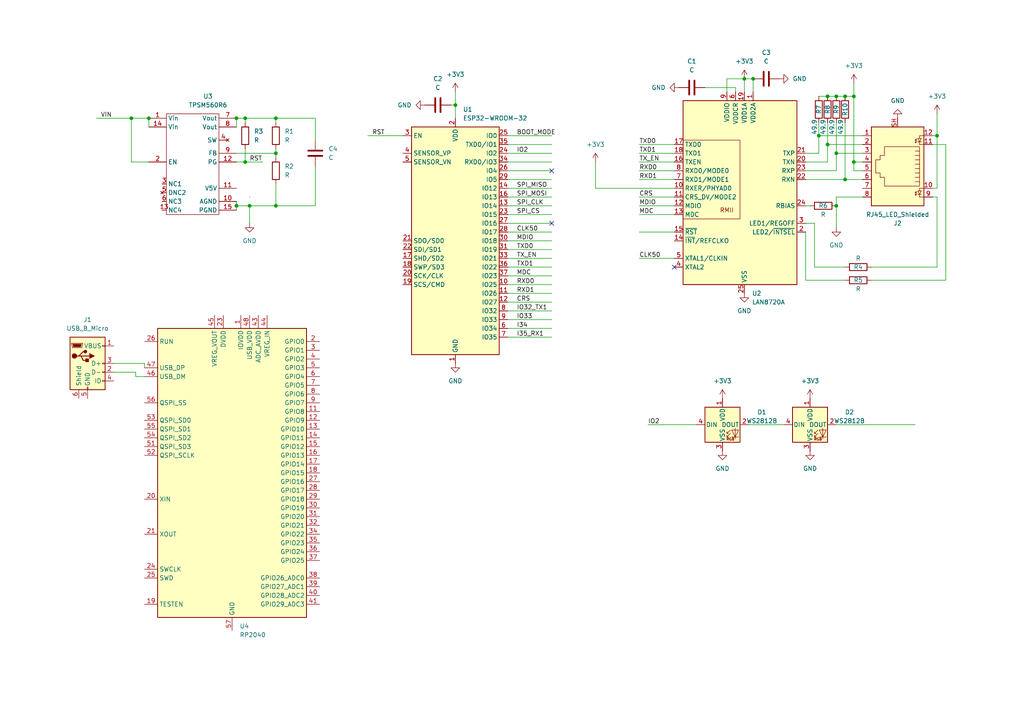
<source format=kicad_sch>
(kicad_sch (version 20230121) (generator eeschema)
  (paper "A4")
  (lib_symbols
    (symbol "Connector:RJ45_LED_Shielded" (pin_names (offset 1.016))
      (property "Reference" "J" (at -5.08 13.97 0))
      (property "Value" "RJ45_LED_Shielded" (at 1.27 13.97 0))
      (symbol "RJ45_LED_Shielded_0_1"
        (polyline (pts (xy -7.62 -7.62) (xy -6.35 -7.62)))
        (polyline (pts (xy -7.62 -5.08) (xy -6.35 -5.08)))
        (polyline (pts (xy -7.62 7.62) (xy -6.35 7.62)))
        (polyline (pts (xy -7.62 10.16) (xy -6.35 10.16)))
        (polyline (pts (xy -6.858 -5.842) (xy -5.842 -5.842)))
        (polyline (pts (xy -6.858 9.398) (xy -5.842 9.398)))
        (polyline (pts (xy -6.35 -7.62) (xy -6.35 -6.858)))
        (polyline (pts (xy -6.35 -5.08) (xy -6.35 -5.842)))
        (polyline (pts (xy -6.35 7.62) (xy -6.35 8.382)))
        (polyline (pts (xy -6.35 10.16) (xy -6.35 9.398)))
        (polyline (pts (xy -5.08 -6.223) (xy -5.207 -6.604)))
        (polyline (pts (xy -5.08 -5.588) (xy -5.207 -5.969)))
        (polyline (pts (xy -5.08 4.445) (xy -6.35 4.445)))
        (polyline (pts (xy -5.08 5.715) (xy -6.35 5.715)))
        (polyline (pts (xy -5.08 9.017) (xy -5.207 8.636)))
        (polyline (pts (xy -5.08 9.652) (xy -5.207 9.271)))
        (polyline (pts (xy -6.35 -3.175) (xy -5.08 -3.175) (xy -5.08 -3.175)))
        (polyline (pts (xy -6.35 -1.905) (xy -5.08 -1.905) (xy -5.08 -1.905)))
        (polyline (pts (xy -6.35 -0.635) (xy -5.08 -0.635) (xy -5.08 -0.635)))
        (polyline (pts (xy -6.35 0.635) (xy -5.08 0.635) (xy -5.08 0.635)))
        (polyline (pts (xy -6.35 1.905) (xy -5.08 1.905) (xy -5.08 1.905)))
        (polyline (pts (xy -5.588 -6.731) (xy -5.08 -6.223) (xy -5.461 -6.35)))
        (polyline (pts (xy -5.588 -6.096) (xy -5.08 -5.588) (xy -5.461 -5.715)))
        (polyline (pts (xy -5.588 8.509) (xy -5.08 9.017) (xy -5.461 8.89)))
        (polyline (pts (xy -5.588 9.144) (xy -5.08 9.652) (xy -5.461 9.525)))
        (polyline (pts (xy -5.08 3.175) (xy -6.35 3.175) (xy -6.35 3.175)))
        (polyline (pts (xy -6.35 -5.842) (xy -6.858 -6.858) (xy -5.842 -6.858) (xy -6.35 -5.842)))
        (polyline (pts (xy -6.35 9.398) (xy -6.858 8.382) (xy -5.842 8.382) (xy -6.35 9.398)))
        (polyline (pts (xy -6.35 -4.445) (xy -6.35 6.985) (xy 3.81 6.985) (xy 3.81 4.445) (xy 5.08 4.445) (xy 5.08 3.175) (xy 6.35 3.175) (xy 6.35 -0.635) (xy 5.08 -0.635) (xy 5.08 -1.905) (xy 3.81 -1.905) (xy 3.81 -4.445) (xy -6.35 -4.445) (xy -6.35 -4.445)))
        (rectangle (start 7.62 12.7) (end -7.62 -10.16) (stroke (width 0.254)) (fill (type background)))
      )
      (symbol "RJ45_LED_Shielded_1_1"
        (pin passive line (at 10.16 -7.62 180) (length 2.54) (name "~") (number "1"))
        (pin passive line (at -10.16 7.62 0) (length 2.54) (name "~") (number "10"))
        (pin passive line (at -10.16 -5.08 0) (length 2.54) (name "~") (number "11"))
        (pin passive line (at -10.16 -7.62 0) (length 2.54) (name "~") (number "12"))
        (pin passive line (at 10.16 -5.08 180) (length 2.54) (name "~") (number "2"))
        (pin passive line (at 10.16 -2.54 180) (length 2.54) (name "~") (number "3"))
        (pin passive line (at 10.16 0 180) (length 2.54) (name "~") (number "4"))
        (pin passive line (at 10.16 2.54 180) (length 2.54) (name "~") (number "5"))
        (pin passive line (at 10.16 5.08 180) (length 2.54) (name "~") (number "6"))
        (pin passive line (at 10.16 7.62 180) (length 2.54) (name "~") (number "7"))
        (pin passive line (at 10.16 10.16 180) (length 2.54) (name "~") (number "8"))
        (pin passive line (at -10.16 10.16 0) (length 2.54) (name "~") (number "9"))
        (pin passive line (at 0 -12.7 90) (length 2.54) (name "~") (number "SH"))
      )
    )
    (symbol "Connector:USB_B_Micro" (pin_names (offset 1.016))
      (property "Reference" "J" (at -5.08 11.43 0))
      (property "Value" "USB_B_Micro" (at -5.08 8.89 0))
      (symbol "USB_B_Micro_0_1"
        (rectangle (start -5.08 -7.62) (end 5.08 7.62) (stroke (width 0.254)) (fill (type background)))
        (circle (center -3.81 2.159) (radius 0.635) (stroke (width 0.254)) (fill (type outline)))
        (circle (center -0.635 3.429) (radius 0.381) (stroke (width 0.254)) (fill (type outline)))
        (rectangle (start -0.127 -7.62) (end 0.127 -6.858))
        (polyline (pts (xy -1.905 2.159) (xy 0.635 2.159)) (stroke (width 0.254)))
        (polyline (pts (xy -3.175 2.159) (xy -2.54 2.159) (xy -1.27 3.429) (xy -0.635 3.429)) (stroke (width 0.254)))
        (polyline (pts (xy -2.54 2.159) (xy -1.905 2.159) (xy -1.27 0.889) (xy 0 0.889)) (stroke (width 0.254)))
        (polyline (pts (xy 0.635 2.794) (xy 0.635 1.524) (xy 1.905 2.159) (xy 0.635 2.794)) (stroke (width 0.254)) (fill (type outline)))
        (polyline (pts (xy -4.318 5.588) (xy -1.778 5.588) (xy -2.032 4.826) (xy -4.064 4.826) (xy -4.318 5.588)) (fill (type outline)))
        (polyline (pts (xy -4.699 5.842) (xy -4.699 5.588) (xy -4.445 4.826) (xy -4.445 4.572) (xy -1.651 4.572) (xy -1.651 4.826) (xy -1.397 5.588) (xy -1.397 5.842) (xy -4.699 5.842)))
        (rectangle (start 0.254 1.27) (end -0.508 0.508) (stroke (width 0.254)) (fill (type outline)))
        (rectangle (start 5.08 -5.207) (end 4.318 -4.953))
        (rectangle (start 5.08 -2.667) (end 4.318 -2.413))
        (rectangle (start 5.08 -0.127) (end 4.318 0.127))
        (rectangle (start 5.08 4.953) (end 4.318 5.207))
      )
      (symbol "USB_B_Micro_1_1"
        (pin power_out line (at 7.62 5.08 180) (length 2.54) (name "VBUS") (number "1"))
        (pin bidirectional line (at 7.62 -2.54 180) (length 2.54) (name "D-") (number "2"))
        (pin bidirectional line (at 7.62 0 180) (length 2.54) (name "D+") (number "3"))
        (pin passive line (at 7.62 -5.08 180) (length 2.54) (name "ID") (number "4"))
        (pin power_out line (at 0 -10.16 90) (length 2.54) (name "GND") (number "5"))
        (pin passive line (at -2.54 -10.16 90) (length 2.54) (name "Shield") (number "6"))
      )
    )
    (symbol "Device:C" (pin_numbers hide) (pin_names (offset 0.254))
      (property "Reference" "C" (at 0.635 2.54 0))
      (property "Value" "C" (at 0.635 -2.54 0))
      (symbol "C_0_1"
        (polyline (pts (xy -2.032 -0.762) (xy 2.032 -0.762)) (stroke (width 0.508)))
        (polyline (pts (xy -2.032 0.762) (xy 2.032 0.762)) (stroke (width 0.508)))
      )
      (symbol "C_1_1"
        (pin passive line (at 0 3.81 270) (length 2.794) (name "~") (number "1"))
        (pin passive line (at 0 -3.81 90) (length 2.794) (name "~") (number "2"))
      )
    )
    (symbol "Device:R" (pin_numbers hide) (pin_names (offset 0))
      (property "Reference" "R" (at 2.032 0 90))
      (property "Value" "R" (at 0 0 90))
      (symbol "R_0_1"
        (rectangle (start -1.016 -2.54) (end 1.016 2.54) (stroke (width 0.254)))
      )
      (symbol "R_1_1"
        (pin passive line (at 0 3.81 270) (length 1.27) (name "~") (number "1"))
        (pin passive line (at 0 -3.81 90) (length 1.27) (name "~") (number "2"))
      )
    )
    (symbol "Interface_Ethernet:LAN8720A"
      (property "Reference" "U" (at -13.97 29.21 0))
      (property "Value" "LAN8720A" (at 15.24 29.21 0))
      (symbol "LAN8720A_0_0"
        (text "RMII" (at -5.08 -3.81 0) (effects (font (size 1.27 1.27))))
      )
      (symbol "LAN8720A_0_1"
        (rectangle (start -17.78 27.94) (end 15.24 -25.4) (stroke (width 0.254)) (fill (type background)))
        (polyline (pts (xy -17.78 -6.35) (xy -1.27 -6.35) (xy -1.27 16.51) (xy -17.78 16.51)))
      )
      (symbol "LAN8720A_1_1"
        (pin power_in line (at 2.54 30.48 270) (length 2.54) (name "VDD2A") (number "1"))
        (pin output line (at -20.32 2.54 0) (length 2.54) (name "RXER/PHYAD0") (number "10"))
        (pin bidirectional line (at -20.32 0 0) (length 2.54) (name "CRS_DV/MODE2") (number "11"))
        (pin bidirectional line (at -20.32 -2.54 0) (length 2.54) (name "MDIO") (number "12"))
        (pin input line (at -20.32 -5.08 0) (length 2.54) (name "MDC") (number "13"))
        (pin output line (at -20.32 -12.7 0) (length 2.54) (name "~{INT}/REFCLKO") (number "14"))
        (pin input line (at -20.32 -10.16 0) (length 2.54) (name "~{RST}") (number "15"))
        (pin input line (at -20.32 10.16 0) (length 2.54) (name "TXEN") (number "16"))
        (pin input line (at -20.32 15.24 0) (length 2.54) (name "TXD0") (number "17"))
        (pin input line (at -20.32 12.7 0) (length 2.54) (name "TXD1") (number "18"))
        (pin power_in line (at 0 30.48 270) (length 2.54) (name "VDD1A") (number "19"))
        (pin bidirectional line (at 17.78 -10.16 180) (length 2.54) (name "LED2/~{INTSEL}") (number "2"))
        (pin bidirectional line (at 17.78 10.16 180) (length 2.54) (name "TXN") (number "20"))
        (pin bidirectional line (at 17.78 12.7 180) (length 2.54) (name "TXP") (number "21"))
        (pin bidirectional line (at 17.78 5.08 180) (length 2.54) (name "RXN") (number "22"))
        (pin bidirectional line (at 17.78 7.62 180) (length 2.54) (name "RXP") (number "23"))
        (pin passive line (at 17.78 -2.54 180) (length 2.54) (name "RBIAS") (number "24"))
        (pin power_in line (at 0 -27.94 90) (length 2.54) (name "VSS") (number "25"))
        (pin bidirectional line (at 17.78 -7.62 180) (length 2.54) (name "LED1/REGOFF") (number "3"))
        (pin output line (at -20.32 -20.32 0) (length 2.54) (name "XTAL2") (number "4"))
        (pin input line (at -20.32 -17.78 0) (length 2.54) (name "XTAL1/CLKIN") (number "5"))
        (pin power_in line (at -2.54 30.48 270) (length 2.54) (name "VDDCR") (number "6"))
        (pin bidirectional line (at -20.32 5.08 0) (length 2.54) (name "RXD1/MODE1") (number "7"))
        (pin bidirectional line (at -20.32 7.62 0) (length 2.54) (name "RXD0/MODE0") (number "8"))
        (pin power_in line (at -5.08 30.48 270) (length 2.54) (name "VDDIO") (number "9"))
      )
    )
    (symbol "LED:WS2812B" (pin_names (offset 0.254))
      (property "Reference" "D" (at 5.08 5.715 0))
      (property "Value" "WS2812B" (at 1.27 -5.715 0))
      (symbol "WS2812B_0_0"
        (text "RGB" (at 2.286 -4.191 0) (effects (font (size 0.762 0.762))))
      )
      (symbol "WS2812B_0_1"
        (polyline (pts (xy 1.27 -3.556) (xy 1.778 -3.556)))
        (polyline (pts (xy 1.27 -2.54) (xy 1.778 -2.54)))
        (polyline (pts (xy 4.699 -3.556) (xy 2.667 -3.556)))
        (polyline (pts (xy 2.286 -2.54) (xy 1.27 -3.556) (xy 1.27 -3.048)))
        (polyline (pts (xy 2.286 -1.524) (xy 1.27 -2.54) (xy 1.27 -2.032)))
        (polyline (pts (xy 3.683 -1.016) (xy 3.683 -3.556) (xy 3.683 -4.064)))
        (polyline (pts (xy 4.699 -1.524) (xy 2.667 -1.524) (xy 3.683 -3.556) (xy 4.699 -1.524)))
        (rectangle (start 5.08 5.08) (end -5.08 -5.08) (stroke (width 0.254)) (fill (type background)))
      )
      (symbol "WS2812B_1_1"
        (pin power_in line (at 0 7.62 270) (length 2.54) (name "VDD") (number "1"))
        (pin output line (at 7.62 0 180) (length 2.54) (name "DOUT") (number "2"))
        (pin power_in line (at 0 -7.62 90) (length 2.54) (name "VSS") (number "3"))
        (pin input line (at -7.62 0 0) (length 2.54) (name "DIN") (number "4"))
      )
    )
    (symbol "MCU_RaspberryPi:RP2040"
      (property "Reference" "U" (at 17.78 45.72 0))
      (property "Value" "RP2040" (at 17.78 43.18 0))
      (symbol "RP2040_0_1"
        (rectangle (start -21.59 41.91) (end 21.59 -41.91) (stroke (width 0.254)) (fill (type background)))
      )
      (symbol "RP2040_1_1"
        (pin power_in line (at 2.54 45.72 270) (length 3.81) (name "IOVDD") (number "1"))
        (pin passive line (at 2.54 45.72 270) (length 3.81) hide (name "IOVDD") (number "10"))
        (pin bidirectional line (at 25.4 17.78 180) (length 3.81) (name "GPIO8") (number "11"))
        (pin bidirectional line (at 25.4 15.24 180) (length 3.81) (name "GPIO9") (number "12"))
        (pin bidirectional line (at 25.4 12.7 180) (length 3.81) (name "GPIO10") (number "13"))
        (pin bidirectional line (at 25.4 10.16 180) (length 3.81) (name "GPIO11") (number "14"))
        (pin bidirectional line (at 25.4 7.62 180) (length 3.81) (name "GPIO12") (number "15"))
        (pin bidirectional line (at 25.4 5.08 180) (length 3.81) (name "GPIO13") (number "16"))
        (pin bidirectional line (at 25.4 2.54 180) (length 3.81) (name "GPIO14") (number "17"))
        (pin bidirectional line (at 25.4 0 180) (length 3.81) (name "GPIO15") (number "18"))
        (pin input line (at -25.4 -38.1 0) (length 3.81) (name "TESTEN") (number "19"))
        (pin bidirectional line (at 25.4 38.1 180) (length 3.81) (name "GPIO0") (number "2"))
        (pin input line (at -25.4 -7.62 0) (length 3.81) (name "XIN") (number "20"))
        (pin passive line (at -25.4 -17.78 0) (length 3.81) (name "XOUT") (number "21"))
        (pin passive line (at 2.54 45.72 270) (length 3.81) hide (name "IOVDD") (number "22"))
        (pin power_in line (at -2.54 45.72 270) (length 3.81) (name "DVDD") (number "23"))
        (pin input line (at -25.4 -27.94 0) (length 3.81) (name "SWCLK") (number "24"))
        (pin bidirectional line (at -25.4 -30.48 0) (length 3.81) (name "SWD") (number "25"))
        (pin input line (at -25.4 38.1 0) (length 3.81) (name "RUN") (number "26"))
        (pin bidirectional line (at 25.4 -2.54 180) (length 3.81) (name "GPIO16") (number "27"))
        (pin bidirectional line (at 25.4 -5.08 180) (length 3.81) (name "GPIO17") (number "28"))
        (pin bidirectional line (at 25.4 -7.62 180) (length 3.81) (name "GPIO18") (number "29"))
        (pin bidirectional line (at 25.4 35.56 180) (length 3.81) (name "GPIO1") (number "3"))
        (pin bidirectional line (at 25.4 -10.16 180) (length 3.81) (name "GPIO19") (number "30"))
        (pin bidirectional line (at 25.4 -12.7 180) (length 3.81) (name "GPIO20") (number "31"))
        (pin bidirectional line (at 25.4 -15.24 180) (length 3.81) (name "GPIO21") (number "32"))
        (pin passive line (at 2.54 45.72 270) (length 3.81) hide (name "IOVDD") (number "33"))
        (pin bidirectional line (at 25.4 -17.78 180) (length 3.81) (name "GPIO22") (number "34"))
        (pin bidirectional line (at 25.4 -20.32 180) (length 3.81) (name "GPIO23") (number "35"))
        (pin bidirectional line (at 25.4 -22.86 180) (length 3.81) (name "GPIO24") (number "36"))
        (pin bidirectional line (at 25.4 -25.4 180) (length 3.81) (name "GPIO25") (number "37"))
        (pin bidirectional line (at 25.4 -30.48 180) (length 3.81) (name "GPIO26_ADC0") (number "38"))
        (pin bidirectional line (at 25.4 -33.02 180) (length 3.81) (name "GPIO27_ADC1") (number "39"))
        (pin bidirectional line (at 25.4 33.02 180) (length 3.81) (name "GPIO2") (number "4"))
        (pin bidirectional line (at 25.4 -35.56 180) (length 3.81) (name "GPIO28_ADC2") (number "40"))
        (pin bidirectional line (at 25.4 -38.1 180) (length 3.81) (name "GPIO29_ADC3") (number "41"))
        (pin passive line (at 2.54 45.72 270) (length 3.81) hide (name "IOVDD") (number "42"))
        (pin power_in line (at 7.62 45.72 270) (length 3.81) (name "ADC_AVDD") (number "43"))
        (pin power_in line (at 10.16 45.72 270) (length 3.81) (name "VREG_IN") (number "44"))
        (pin power_out line (at -5.08 45.72 270) (length 3.81) (name "VREG_VOUT") (number "45"))
        (pin bidirectional line (at -25.4 27.94 0) (length 3.81) (name "USB_DM") (number "46"))
        (pin bidirectional line (at -25.4 30.48 0) (length 3.81) (name "USB_DP") (number "47"))
        (pin power_in line (at 5.08 45.72 270) (length 3.81) (name "USB_VDD") (number "48"))
        (pin passive line (at 2.54 45.72 270) (length 3.81) hide (name "IOVDD") (number "49"))
        (pin bidirectional line (at 25.4 30.48 180) (length 3.81) (name "GPIO3") (number "5"))
        (pin passive line (at -2.54 45.72 270) (length 3.81) hide (name "DVDD") (number "50"))
        (pin bidirectional line (at -25.4 7.62 0) (length 3.81) (name "QSPI_SD3") (number "51"))
        (pin output line (at -25.4 5.08 0) (length 3.81) (name "QSPI_SCLK") (number "52"))
        (pin bidirectional line (at -25.4 15.24 0) (length 3.81) (name "QSPI_SD0") (number "53"))
        (pin bidirectional line (at -25.4 10.16 0) (length 3.81) (name "QSPI_SD2") (number "54"))
        (pin bidirectional line (at -25.4 12.7 0) (length 3.81) (name "QSPI_SD1") (number "55"))
        (pin bidirectional line (at -25.4 20.32 0) (length 3.81) (name "QSPI_SS") (number "56"))
        (pin power_in line (at 0 -45.72 90) (length 3.81) (name "GND") (number "57"))
        (pin bidirectional line (at 25.4 27.94 180) (length 3.81) (name "GPIO4") (number "6"))
        (pin bidirectional line (at 25.4 25.4 180) (length 3.81) (name "GPIO5") (number "7"))
        (pin bidirectional line (at 25.4 22.86 180) (length 3.81) (name "GPIO6") (number "8"))
        (pin bidirectional line (at 25.4 20.32 180) (length 3.81) (name "GPIO7") (number "9"))
      )
    )
    (symbol "RF_Module:ESP32-WROOM-32"
      (property "Reference" "U" (at -12.7 34.29 0))
      (property "Value" "ESP32-WROOM-32" (at 1.27 34.29 0))
      (symbol "ESP32-WROOM-32_0_1"
        (rectangle (start -12.7 33.02) (end 12.7 -33.02) (stroke (width 0.254)) (fill (type background)))
      )
      (symbol "ESP32-WROOM-32_1_1"
        (pin power_in line (at 0 -35.56 90) (length 2.54) (name "GND") (number "1"))
        (pin bidirectional line (at 15.24 -12.7 180) (length 2.54) (name "IO25") (number "10"))
        (pin bidirectional line (at 15.24 -15.24 180) (length 2.54) (name "IO26") (number "11"))
        (pin bidirectional line (at 15.24 -17.78 180) (length 2.54) (name "IO27") (number "12"))
        (pin bidirectional line (at 15.24 10.16 180) (length 2.54) (name "IO14") (number "13"))
        (pin bidirectional line (at 15.24 15.24 180) (length 2.54) (name "IO12") (number "14"))
        (pin passive line (at 0 -35.56 90) (length 2.54) hide (name "GND") (number "15"))
        (pin bidirectional line (at 15.24 12.7 180) (length 2.54) (name "IO13") (number "16"))
        (pin bidirectional line (at -15.24 -5.08 0) (length 2.54) (name "SHD/SD2") (number "17"))
        (pin bidirectional line (at -15.24 -7.62 0) (length 2.54) (name "SWP/SD3") (number "18"))
        (pin bidirectional line (at -15.24 -12.7 0) (length 2.54) (name "SCS/CMD") (number "19"))
        (pin power_in line (at 0 35.56 270) (length 2.54) (name "VDD") (number "2"))
        (pin bidirectional line (at -15.24 -10.16 0) (length 2.54) (name "SCK/CLK") (number "20"))
        (pin bidirectional line (at -15.24 0 0) (length 2.54) (name "SDO/SD0") (number "21"))
        (pin bidirectional line (at -15.24 -2.54 0) (length 2.54) (name "SDI/SD1") (number "22"))
        (pin bidirectional line (at 15.24 7.62 180) (length 2.54) (name "IO15") (number "23"))
        (pin bidirectional line (at 15.24 25.4 180) (length 2.54) (name "IO2") (number "24"))
        (pin bidirectional line (at 15.24 30.48 180) (length 2.54) (name "IO0") (number "25"))
        (pin bidirectional line (at 15.24 20.32 180) (length 2.54) (name "IO4") (number "26"))
        (pin bidirectional line (at 15.24 5.08 180) (length 2.54) (name "IO16") (number "27"))
        (pin bidirectional line (at 15.24 2.54 180) (length 2.54) (name "IO17") (number "28"))
        (pin bidirectional line (at 15.24 17.78 180) (length 2.54) (name "IO5") (number "29"))
        (pin input line (at -15.24 30.48 0) (length 2.54) (name "EN") (number "3"))
        (pin bidirectional line (at 15.24 0 180) (length 2.54) (name "IO18") (number "30"))
        (pin bidirectional line (at 15.24 -2.54 180) (length 2.54) (name "IO19") (number "31"))
        (pin no_connect line (at -12.7 -27.94 0) (length 2.54) hide (name "NC") (number "32"))
        (pin bidirectional line (at 15.24 -5.08 180) (length 2.54) (name "IO21") (number "33"))
        (pin bidirectional line (at 15.24 22.86 180) (length 2.54) (name "RXD0/IO3") (number "34"))
        (pin bidirectional line (at 15.24 27.94 180) (length 2.54) (name "TXD0/IO1") (number "35"))
        (pin bidirectional line (at 15.24 -7.62 180) (length 2.54) (name "IO22") (number "36"))
        (pin bidirectional line (at 15.24 -10.16 180) (length 2.54) (name "IO23") (number "37"))
        (pin passive line (at 0 -35.56 90) (length 2.54) hide (name "GND") (number "38"))
        (pin passive line (at 0 -35.56 90) (length 2.54) hide (name "GND") (number "39"))
        (pin input line (at -15.24 25.4 0) (length 2.54) (name "SENSOR_VP") (number "4"))
        (pin input line (at -15.24 22.86 0) (length 2.54) (name "SENSOR_VN") (number "5"))
        (pin input line (at 15.24 -25.4 180) (length 2.54) (name "IO34") (number "6"))
        (pin input line (at 15.24 -27.94 180) (length 2.54) (name "IO35") (number "7"))
        (pin bidirectional line (at 15.24 -20.32 180) (length 2.54) (name "IO32") (number "8"))
        (pin bidirectional line (at 15.24 -22.86 180) (length 2.54) (name "IO33") (number "9"))
      )
    )
    (symbol "omodri:TPSM560R6"
      (property "Reference" "U" (at 0 8.89 0))
      (property "Value" "TPSM560R6" (at 0 7.62 0))
      (symbol "TPSM560R6_0_1"
        (rectangle (start -7.62 6.35) (end 7.62 -22.86) (stroke (width 0.1524)))
        (rectangle (start 16.51 -17.78) (end 16.51 -17.78) (stroke (width 0.1524)))
        (rectangle (start 16.51 -17.78) (end 16.51 -17.78) (stroke (width 0.1524)))
      )
      (symbol "TPSM560R6_1_1"
        (pin power_in line (at -12.7 5.08 0) (length 5.08) (name "Vin") (number "1"))
        (pin passive line (at 12.7 -19.05 180) (length 5.08) (name "AGND") (number "10"))
        (pin output line (at 12.7 -15.24 180) (length 5.08) (name "V5V") (number "11"))
        (pin open_collector line (at 12.7 -7.62 180) (length 5.08) (name "PG") (number "12"))
        (pin passive line (at -8.89 -21.59 0) (length 1.27) (name "NC4") (number "13"))
        (pin power_in line (at -12.7 2.54 0) (length 5.08) (name "Vin") (number "14"))
        (pin passive line (at 12.7 -21.59 180) (length 5.08) (name "PGND") (number "15"))
        (pin input line (at -12.7 -7.62 0) (length 5.08) (name "EN") (number "2"))
        (pin passive line (at -8.89 -13.97 0) (length 1.27) (name "NC1") (number "3"))
        (pin no_connect line (at 10.16 -1.27 180) (length 2.54) (name "SW") (number "4"))
        (pin no_connect line (at -8.89 -16.51 0) (length 1.27) (name "DNC2") (number "5"))
        (pin passive line (at -8.89 -19.05 0) (length 1.27) (name "NC3") (number "6"))
        (pin passive line (at 12.7 5.08 180) (length 5.08) (name "Vout") (number "7"))
        (pin passive line (at 12.7 2.54 180) (length 5.08) (name "Vout") (number "8"))
        (pin input line (at 12.7 -5.08 180) (length 5.08) (name "FB") (number "9"))
      )
    )
    (symbol "power:+3V3" (power) (pin_names (offset 0))
      (property "Value" "+3V3" (at 0 3.556 0))
      (symbol "+3V3_0_1"
        (polyline (pts (xy -0.762 1.27) (xy 0 2.54)))
        (polyline (pts (xy 0 0) (xy 0 2.54)))
        (polyline (pts (xy 0 2.54) (xy 0.762 1.27)))
      )
      (symbol "+3V3_1_1"
        (pin power_in line (at 0 0 90) (length 0) hide (name "+3V3") (number "1"))
      )
    )
    (symbol "power:GND" (power) (pin_names (offset 0))
      (property "Value" "GND" (at 0 -3.81 0))
      (symbol "GND_0_1"
        (polyline (pts (xy 0 0) (xy 0 -1.27) (xy 1.27 -1.27) (xy 0 -2.54) (xy -1.27 -1.27) (xy 0 -1.27)))
      )
      (symbol "GND_1_1"
        (pin power_in line (at 0 0 270) (length 0) hide (name "GND") (number "1"))
      )
    )
  )
  (junction (at 132.08 30.48))
  (junction (at 71.12 34.29))
  (junction (at 80.01 59.69))
  (junction (at 271.78 39.37))
  (junction (at 237.49 39.37))
  (junction (at 80.01 44.45))
  (junction (at 242.57 59.69))
  (junction (at 72.39 59.69))
  (junction (at 242.57 44.45))
  (junction (at 245.11 52.07))
  (junction (at 242.57 27.94))
  (junction (at 68.58 59.69))
  (junction (at 247.65 46.99))
  (junction (at 71.12 46.99))
  (junction (at 245.11 27.94))
  (junction (at 38.1 34.29))
  (junction (at 218.44 22.86))
  (junction (at 240.03 41.91))
  (junction (at 240.03 27.94))
  (junction (at 43.18 34.29))
  (junction (at 80.01 34.29))
  (junction (at 215.9 22.86))
  (junction (at 68.58 34.29))
  (junction (at 247.65 27.94))
  (no_connect (at 195.58 77.47))
  (no_connect (at 160.02 49.53))
  (no_connect (at 160.02 64.77))
  (wire (pts (xy 71.12 46.99) (xy 76.2 46.99)))
  (wire (pts (xy 237.49 39.37) (xy 250.19 39.37)))
  (wire (pts (xy 147.32 64.77) (xy 160.02 64.77)))
  (wire (pts (xy 43.18 34.29) (xy 43.18 36.83)))
  (wire (pts (xy 39.37 109.22) (xy 39.37 107.95)))
  (wire (pts (xy 147.32 44.45) (xy 160.02 44.45)))
  (wire (pts (xy 27.94 34.29) (xy 38.1 34.29)))
  (wire (pts (xy 72.39 59.69) (xy 72.39 64.77)))
  (wire (pts (xy 242.57 49.53) (xy 233.68 49.53)))
  (wire (pts (xy 185.42 49.53) (xy 195.58 49.53)))
  (wire (pts (xy 43.18 46.99) (xy 38.1 46.99)))
  (wire (pts (xy 68.58 58.42) (xy 68.58 59.69)))
  (wire (pts (xy 185.42 41.91) (xy 195.58 41.91)))
  (wire (pts (xy 213.36 26.67) (xy 213.36 25.4)))
  (wire (pts (xy 147.32 57.15) (xy 160.02 57.15)))
  (wire (pts (xy 271.78 33.02) (xy 271.78 39.37)))
  (wire (pts (xy 147.32 82.55) (xy 160.02 82.55)))
  (wire (pts (xy 147.32 90.17) (xy 160.02 90.17)))
  (wire (pts (xy 185.42 74.93) (xy 195.58 74.93)))
  (wire (pts (xy 132.08 26.67) (xy 132.08 30.48)))
  (wire (pts (xy 185.42 59.69) (xy 195.58 59.69)))
  (wire (pts (xy 187.96 123.19) (xy 201.93 123.19)))
  (wire (pts (xy 91.44 34.29) (xy 91.44 40.64)))
  (wire (pts (xy 80.01 44.45) (xy 80.01 45.72)))
  (wire (pts (xy 236.22 64.77) (xy 236.22 77.47)))
  (wire (pts (xy 233.68 81.28) (xy 245.11 81.28)))
  (wire (pts (xy 71.12 34.29) (xy 71.12 35.56)))
  (wire (pts (xy 147.32 39.37) (xy 160.02 39.37)))
  (wire (pts (xy 38.1 46.99) (xy 38.1 34.29)))
  (wire (pts (xy 245.11 35.56) (xy 245.11 52.07)))
  (wire (pts (xy 233.68 64.77) (xy 236.22 64.77)))
  (wire (pts (xy 250.19 44.45) (xy 242.57 44.45)))
  (wire (pts (xy 245.11 52.07) (xy 250.19 52.07)))
  (wire (pts (xy 185.42 57.15) (xy 195.58 57.15)))
  (wire (pts (xy 147.32 62.23) (xy 160.02 62.23)))
  (wire (pts (xy 215.9 22.86) (xy 218.44 22.86)))
  (wire (pts (xy 80.01 43.18) (xy 80.01 44.45)))
  (wire (pts (xy 80.01 34.29) (xy 80.01 35.56)))
  (wire (pts (xy 210.82 26.67) (xy 210.82 22.86)))
  (wire (pts (xy 240.03 35.56) (xy 240.03 41.91)))
  (wire (pts (xy 147.32 92.71) (xy 160.02 92.71)))
  (wire (pts (xy 215.9 22.86) (xy 215.9 26.67)))
  (wire (pts (xy 185.42 67.31) (xy 195.58 67.31)))
  (wire (pts (xy 41.91 109.22) (xy 39.37 109.22)))
  (wire (pts (xy 250.19 49.53) (xy 247.65 49.53)))
  (wire (pts (xy 237.49 27.94) (xy 240.03 27.94)))
  (wire (pts (xy 41.91 105.41) (xy 41.91 106.68)))
  (wire (pts (xy 271.78 57.15) (xy 270.51 57.15)))
  (wire (pts (xy 33.02 105.41) (xy 41.91 105.41)))
  (wire (pts (xy 233.68 67.31) (xy 233.68 81.28)))
  (wire (pts (xy 240.03 27.94) (xy 242.57 27.94)))
  (wire (pts (xy 147.32 49.53) (xy 160.02 49.53)))
  (wire (pts (xy 217.17 123.19) (xy 227.33 123.19)))
  (wire (pts (xy 247.65 46.99) (xy 250.19 46.99)))
  (wire (pts (xy 71.12 43.18) (xy 71.12 46.99)))
  (wire (pts (xy 185.42 62.23) (xy 195.58 62.23)))
  (wire (pts (xy 91.44 59.69) (xy 80.01 59.69)))
  (wire (pts (xy 185.42 52.07) (xy 195.58 52.07)))
  (wire (pts (xy 274.32 41.91) (xy 274.32 81.28)))
  (wire (pts (xy 233.68 59.69) (xy 234.95 59.69)))
  (wire (pts (xy 130.81 30.48) (xy 132.08 30.48)))
  (wire (pts (xy 147.32 77.47) (xy 160.02 77.47)))
  (wire (pts (xy 147.32 41.91) (xy 160.02 41.91)))
  (wire (pts (xy 71.12 34.29) (xy 80.01 34.29)))
  (wire (pts (xy 250.19 57.15) (xy 242.57 57.15)))
  (wire (pts (xy 68.58 59.69) (xy 68.58 60.96)))
  (wire (pts (xy 237.49 35.56) (xy 237.49 39.37)))
  (wire (pts (xy 242.57 59.69) (xy 242.57 66.04)))
  (wire (pts (xy 147.32 72.39) (xy 160.02 72.39)))
  (wire (pts (xy 172.72 54.61) (xy 172.72 46.99)))
  (wire (pts (xy 240.03 46.99) (xy 233.68 46.99)))
  (wire (pts (xy 80.01 59.69) (xy 72.39 59.69)))
  (wire (pts (xy 91.44 48.26) (xy 91.44 59.69)))
  (wire (pts (xy 80.01 53.34) (xy 80.01 59.69)))
  (wire (pts (xy 250.19 41.91) (xy 240.03 41.91)))
  (wire (pts (xy 242.57 57.15) (xy 242.57 59.69)))
  (wire (pts (xy 39.37 107.95) (xy 33.02 107.95)))
  (wire (pts (xy 147.32 59.69) (xy 160.02 59.69)))
  (wire (pts (xy 270.51 39.37) (xy 271.78 39.37)))
  (wire (pts (xy 68.58 34.29) (xy 71.12 34.29)))
  (wire (pts (xy 218.44 22.86) (xy 218.44 26.67)))
  (wire (pts (xy 270.51 54.61) (xy 271.78 54.61)))
  (wire (pts (xy 147.32 54.61) (xy 160.02 54.61)))
  (wire (pts (xy 38.1 34.29) (xy 43.18 34.29)))
  (wire (pts (xy 210.82 22.86) (xy 215.9 22.86)))
  (wire (pts (xy 147.32 67.31) (xy 160.02 67.31)))
  (wire (pts (xy 271.78 54.61) (xy 271.78 39.37)))
  (wire (pts (xy 147.32 80.01) (xy 160.02 80.01)))
  (wire (pts (xy 233.68 52.07) (xy 245.11 52.07)))
  (wire (pts (xy 147.32 95.25) (xy 160.02 95.25)))
  (wire (pts (xy 147.32 69.85) (xy 160.02 69.85)))
  (wire (pts (xy 80.01 34.29) (xy 91.44 34.29)))
  (wire (pts (xy 237.49 44.45) (xy 237.49 39.37)))
  (wire (pts (xy 147.32 85.09) (xy 160.02 85.09)))
  (wire (pts (xy 242.57 27.94) (xy 245.11 27.94)))
  (wire (pts (xy 71.12 46.99) (xy 68.58 46.99)))
  (wire (pts (xy 242.57 35.56) (xy 242.57 44.45)))
  (wire (pts (xy 147.32 97.79) (xy 160.02 97.79)))
  (wire (pts (xy 236.22 77.47) (xy 245.11 77.47)))
  (wire (pts (xy 132.08 30.48) (xy 132.08 34.29)))
  (wire (pts (xy 106.68 39.37) (xy 116.84 39.37)))
  (wire (pts (xy 185.42 44.45) (xy 195.58 44.45)))
  (wire (pts (xy 247.65 27.94) (xy 247.65 46.99)))
  (wire (pts (xy 233.68 44.45) (xy 237.49 44.45)))
  (wire (pts (xy 68.58 59.69) (xy 72.39 59.69)))
  (wire (pts (xy 242.57 123.19) (xy 265.43 123.19)))
  (wire (pts (xy 245.11 27.94) (xy 247.65 27.94)))
  (wire (pts (xy 270.51 41.91) (xy 274.32 41.91)))
  (wire (pts (xy 68.58 34.29) (xy 68.58 36.83)))
  (wire (pts (xy 247.65 49.53) (xy 247.65 46.99)))
  (wire (pts (xy 247.65 24.13) (xy 247.65 27.94)))
  (wire (pts (xy 240.03 41.91) (xy 240.03 46.99)))
  (wire (pts (xy 147.32 87.63) (xy 160.02 87.63)))
  (wire (pts (xy 68.58 44.45) (xy 80.01 44.45)))
  (wire (pts (xy 271.78 77.47) (xy 271.78 57.15)))
  (wire (pts (xy 242.57 44.45) (xy 242.57 49.53)))
  (wire (pts (xy 172.72 54.61) (xy 195.58 54.61)))
  (wire (pts (xy 204.47 25.4) (xy 213.36 25.4)))
  (wire (pts (xy 147.32 52.07) (xy 160.02 52.07)))
  (wire (pts (xy 185.42 46.99) (xy 195.58 46.99)))
  (wire (pts (xy 274.32 81.28) (xy 252.73 81.28)))
  (wire (pts (xy 147.32 46.99) (xy 160.02 46.99)))
  (wire (pts (xy 252.73 77.47) (xy 271.78 77.47)))
  (wire (pts (xy 147.32 74.93) (xy 160.02 74.93)))
  (label "MDIO" (at 149.86 69.85 0))
  (label "IO32_TX1" (at 149.86 90.17 0))
  (label "TXD1" (at 149.86 77.47 0))
  (label "RST" (at 72.39 46.99 0))
  (label "SPI_MISO" (at 149.86 54.61 0))
  (label "RXD0" (at 185.42 49.53 0))
  (label "IO33" (at 149.86 92.71 0))
  (label "CRS" (at 185.42 57.15 0))
  (label "MDC" (at 185.42 62.23 0))
  (label "RXD1" (at 149.86 85.09 0))
  (label "CRS" (at 149.86 87.63 0))
  (label "RST" (at 107.95 39.37 0))
  (label "CLK50" (at 185.42 74.93 0))
  (label "VIN" (at 29.21 34.29 0))
  (label "BOOT_MODE" (at 149.86 39.37 0))
  (label "TXD0" (at 185.42 41.91 0))
  (label "TX_EN" (at 149.86 74.93 0))
  (label "I34" (at 149.86 95.25 0))
  (label "IO2" (at 187.96 123.19 0))
  (label "SPI_CLK" (at 149.86 59.69 0))
  (label "TX_EN" (at 185.42 46.99 0))
  (label "TXD1" (at 185.42 44.45 0))
  (label "IO2" (at 149.86 44.45 0))
  (label "SPI_MOSI" (at 149.86 57.15 0))
  (label "RXD1" (at 185.42 52.07 0))
  (label "I35_RX1" (at 149.86 97.79 0))
  (label "MDC" (at 149.86 80.01 0))
  (label "RXD0" (at 149.86 82.55 0))
  (label "MDIO" (at 185.42 59.69 0))
  (label "SPI_CS" (at 149.86 62.23 0))
  (label "CLK50" (at 149.86 67.31 0))
  (label "TXD0" (at 149.86 72.39 0))
  (symbol (lib_id "Device:C") (at 200.66 25.4 90) (unit 1)
    (property "Reference" "C1" (at 200.66 17.78 90))
    (property "Value" "C" (at 200.66 20.32 90))
  )
  (symbol (lib_id "power:GND") (at 123.19 30.48 270) (unit 1)
    (property "Reference" "#PWR04" (effects hide))
    (property "Value" "GND" (at 119.38 30.48 90) (effects (justify right)))
  )
  (symbol (lib_id "RF_Module:ESP32-WROOM-32") (at 132.08 69.85 0) (unit 1)
    (property "Reference" "U1" (at 134.2741 31.75 0) (effects (justify left)))
    (property "Value" "ESP32-WROOM-32" (at 134.2741 34.29 0) (effects (justify left)))
    (property "Footprint" "RF_Module:ESP32-WROOM-32" (effects hide))
    (property "Datasheet" "https://www.espressif.com/sites/default/files/documentation/esp32-wroom-32_datasheet_en.pdf" (effects hide))
  )
  (symbol (lib_id "power:+3V3") (at 132.08 26.67 0) (unit 1)
    (property "Reference" "#PWR08" (effects hide))
    (property "Value" "+3V3" (at 132.08 21.59 0))
  )
  (symbol (lib_id "power:+3V3") (at 234.95 115.57 0) (unit 1)
    (property "Reference" "#PWR017" (effects hide))
    (property "Value" "+3V3" (at 234.95 110.49 0))
  )
  (symbol (lib_id "power:+3V3") (at 247.65 24.13 0) (unit 1)
    (property "Reference" "#PWR011" (effects hide))
    (property "Value" "+3V3" (at 247.65 19.05 0))
  )
  (symbol (lib_id "Device:R") (at 248.92 81.28 90) (unit 1)
    (property "Reference" "R5" (at 248.92 81.28 90))
    (property "Value" "R" (at 248.92 83.82 90))
    (property "Footprint" "Resistor_SMD:R_0402_1005Metric" (effects hide))
  )
  (symbol (lib_id "power:+3V3") (at 215.9 22.86 0) (unit 1)
    (property "Reference" "#PWR07" (effects hide))
    (property "Value" "+3V3" (at 215.9 17.78 0))
  )
  (symbol (lib_id "power:+3V3") (at 271.78 33.02 0) (unit 1)
    (property "Reference" "#PWR012" (effects hide))
    (property "Value" "+3V3" (at 271.78 27.94 0))
  )
  (symbol (lib_id "Device:C") (at 127 30.48 90) (unit 1)
    (property "Reference" "C2" (at 127 22.86 90))
    (property "Value" "C" (at 127 25.4 90))
  )
  (symbol (lib_id "omodri:TPSM560R6") (at 55.88 39.37 0) (unit 1)
    (property "Reference" "U3" (at 60.325 27.94 0))
    (property "Value" "TPSM560R6" (at 60.325 30.48 0))
    (property "Footprint" "omodri:B3QFN_15" (effects hide))
  )
  (symbol (lib_id "Device:R") (at 237.49 31.75 180) (unit 1)
    (property "Reference" "R7" (at 237.49 31.75 90))
    (property "Value" "49.9" (at 236.22 36.83 90))
    (property "Footprint" "Resistor_SMD:R_0402_1005Metric" (effects hide))
  )
  (symbol (lib_id "power:GND") (at 260.35 34.29 180) (unit 1)
    (property "Reference" "#PWR013" (effects hide))
    (property "Value" "GND" (at 260.35 29.21 0))
  )
  (symbol (lib_id "power:GND") (at 132.08 105.41 0) (unit 1)
    (property "Reference" "#PWR03" (effects hide))
    (property "Value" "GND" (at 132.08 110.49 0))
  )
  (symbol (lib_id "Device:R") (at 240.03 31.75 180) (unit 1)
    (property "Reference" "R8" (at 240.03 31.75 90))
    (property "Value" "49.9" (at 238.76 36.83 90))
    (property "Footprint" "Resistor_SMD:R_0402_1005Metric" (effects hide))
  )
  (symbol (lib_id "power:+3V3") (at 209.55 115.57 0) (unit 1)
    (property "Reference" "#PWR016" (effects hide))
    (property "Value" "+3V3" (at 209.55 110.49 0))
  )
  (symbol (lib_id "Device:R") (at 238.76 59.69 90) (unit 1)
    (property "Reference" "R6" (at 238.76 59.69 90))
    (property "Value" "R" (at 238.76 62.23 90))
    (property "Footprint" "Resistor_SMD:R_0402_1005Metric" (effects hide))
  )
  (symbol (lib_id "Device:R") (at 71.12 39.37 0) (unit 1)
    (property "Reference" "R3" (at 73.66 38.1 0) (effects (justify left)))
    (property "Value" "R" (at 73.66 40.64 0) (effects (justify left)))
    (property "Footprint" "Resistor_SMD:R_0402_1005Metric" (effects hide))
  )
  (symbol (lib_id "power:GND") (at 196.85 25.4 270) (unit 1)
    (property "Reference" "#PWR05" (effects hide))
    (property "Value" "GND" (at 193.04 25.4 90) (effects (justify right)))
  )
  (symbol (lib_id "power:GND") (at 209.55 130.81 0) (unit 1)
    (property "Reference" "#PWR014" (effects hide))
    (property "Value" "GND" (at 209.55 135.89 0))
  )
  (symbol (lib_id "Device:C") (at 222.25 22.86 90) (unit 1)
    (property "Reference" "C3" (at 222.25 15.24 90))
    (property "Value" "C" (at 222.25 17.78 90))
  )
  (symbol (lib_id "Device:R") (at 248.92 77.47 90) (unit 1)
    (property "Reference" "R4" (at 248.92 77.47 90))
    (property "Value" "R" (at 248.92 74.93 90))
    (property "Footprint" "Resistor_SMD:R_0402_1005Metric" (effects hide))
  )
  (symbol (lib_id "Device:R") (at 245.11 31.75 180) (unit 1)
    (property "Reference" "R10" (at 245.11 31.75 90))
    (property "Value" "49.9" (at 243.84 36.83 90))
    (property "Footprint" "Resistor_SMD:R_0402_1005Metric" (effects hide))
  )
  (symbol (lib_id "Device:R") (at 80.01 39.37 0) (unit 1)
    (property "Reference" "R1" (at 82.55 38.1 0) (effects (justify left)))
    (property "Value" "R" (at 82.55 40.64 0) (effects (justify left)))
    (property "Footprint" "Resistor_SMD:R_0402_1005Metric" (effects hide))
  )
  (symbol (lib_id "power:GND") (at 242.57 66.04 0) (unit 1)
    (property "Reference" "#PWR010" (effects hide))
    (property "Value" "GND" (at 242.57 71.12 0))
  )
  (symbol (lib_id "power:GND") (at 215.9 85.09 0) (unit 1)
    (property "Reference" "#PWR02" (effects hide))
    (property "Value" "GND" (at 215.9 90.17 0))
  )
  (symbol (lib_id "Device:C") (at 91.44 44.45 0) (unit 1)
    (property "Reference" "C4" (at 95.25 43.18 0) (effects (justify left)))
    (property "Value" "C" (at 95.25 45.72 0) (effects (justify left)))
  )
  (symbol (lib_id "MCU_RaspberryPi:RP2040") (at 67.31 137.16 0) (unit 1)
    (property "Reference" "U4" (at 69.5041 181.61 0) (effects (justify left)))
    (property "Value" "RP2040" (at 69.5041 184.15 0) (effects (justify left)))
    (property "Footprint" "Package_DFN_QFN:QFN-56-1EP_7x7mm_P0.4mm_EP3.2x3.2mm" (effects hide))
    (property "Datasheet" "https://datasheets.raspberrypi.com/rp2040/rp2040-datasheet.pdf" (effects hide))
  )
  (symbol (lib_id "Interface_Ethernet:LAN8720A") (at 215.9 57.15 0) (unit 1)
    (property "Reference" "U2" (at 218.0941 85.09 0) (effects (justify left)))
    (property "Value" "LAN8720A" (at 218.0941 87.63 0) (effects (justify left)))
    (property "Footprint" "Package_DFN_QFN:VQFN-24-1EP_4x4mm_P0.5mm_EP2.5x2.5mm_ThermalVias" (effects hide))
    (property "Datasheet" "http://ww1.microchip.com/downloads/en/DeviceDoc/8720a.pdf" (effects hide))
  )
  (symbol (lib_id "LED:WS2812B") (at 209.55 123.19 0) (unit 1)
    (property "Reference" "D1" (at 220.98 119.5421 0))
    (property "Value" "WS2812B" (at 220.98 122.0821 0))
    (property "Footprint" "LED_SMD:LED_WS2812B_PLCC4_5.0x5.0mm_P3.2mm" (effects hide))
    (property "Datasheet" "https://cdn-shop.adafruit.com/datasheets/WS2812B.pdf" (effects hide))
  )
  (symbol (lib_id "Connector:USB_B_Micro") (at 25.4 105.41 0) (unit 1)
    (property "Reference" "J1" (at 25.4 92.71 0))
    (property "Value" "USB_B_Micro" (at 25.4 95.25 0))
    (property "Footprint" "Connector_USB:USB_Micro-B_Molex-105017-0001" (effects hide))
  )
  (symbol (lib_id "LED:WS2812B") (at 234.95 123.19 0) (unit 1)
    (property "Reference" "D2" (at 246.38 119.5421 0))
    (property "Value" "WS2812B" (at 246.38 122.0821 0))
    (property "Footprint" "LED_SMD:LED_WS2812B_PLCC4_5.0x5.0mm_P3.2mm" (effects hide))
    (property "Datasheet" "https://cdn-shop.adafruit.com/datasheets/WS2812B.pdf" (effects hide))
  )
  (symbol (lib_id "power:GND") (at 226.06 22.86 90) (unit 1)
    (property "Reference" "#PWR06" (effects hide))
    (property "Value" "GND" (at 229.87 22.86 90) (effects (justify right)))
  )
  (symbol (lib_id "power:GND") (at 72.39 64.77 0) (unit 1)
    (property "Reference" "#PWR09" (effects hide))
    (property "Value" "GND" (at 72.39 69.85 0))
  )
  (symbol (lib_id "power:GND") (at 234.95 130.81 0) (unit 1)
    (property "Reference" "#PWR015" (effects hide))
    (property "Value" "GND" (at 234.95 135.89 0))
  )
  (symbol (lib_id "Device:R") (at 80.01 49.53 0) (unit 1)
    (property "Reference" "R2" (at 82.55 48.26 0) (effects (justify left)))
    (property "Value" "R" (at 82.55 50.8 0) (effects (justify left)))
    (property "Footprint" "Resistor_SMD:R_0402_1005Metric" (effects hide))
  )
  (symbol (lib_id "power:+3V3") (at 172.72 46.99 0) (unit 1)
    (property "Reference" "#PWR01" (effects hide))
    (property "Value" "+3V3" (at 172.72 41.91 0))
  )
  (symbol (lib_id "Device:R") (at 242.57 31.75 180) (unit 1)
    (property "Reference" "R9" (at 242.57 31.75 90))
    (property "Value" "49.9" (at 241.3 36.83 90))
    (property "Footprint" "Resistor_SMD:R_0402_1005Metric" (effects hide))
  )
  (symbol (lib_id "Connector:RJ45_LED_Shielded") (at 260.35 46.99 180) (unit 1)
    (property "Reference" "J2" (at 260.35 64.77 0))
    (property "Value" "RJ45_LED_Shielded" (at 260.35 62.23 0))
    (property "Footprint" "Connector_RJ:RJ45_Hanrun_HR911105A_Horizontal" (effects hide))
  )
)
</source>
